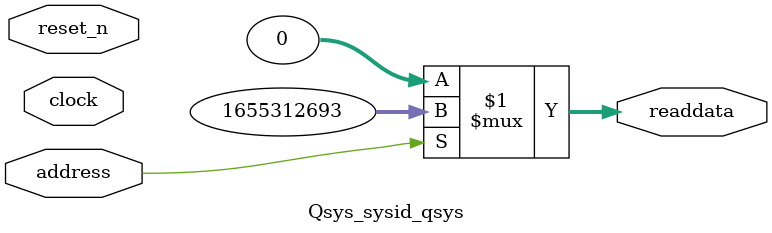
<source format=v>



// synthesis translate_off
`timescale 1ns / 1ps
// synthesis translate_on

// turn off superfluous verilog processor warnings 
// altera message_level Level1 
// altera message_off 10034 10035 10036 10037 10230 10240 10030 

module Qsys_sysid_qsys (
               // inputs:
                address,
                clock,
                reset_n,

               // outputs:
                readdata
             )
;

  output  [ 31: 0] readdata;
  input            address;
  input            clock;
  input            reset_n;

  wire    [ 31: 0] readdata;
  //control_slave, which is an e_avalon_slave
  assign readdata = address ? 1655312693 : 0;

endmodule



</source>
